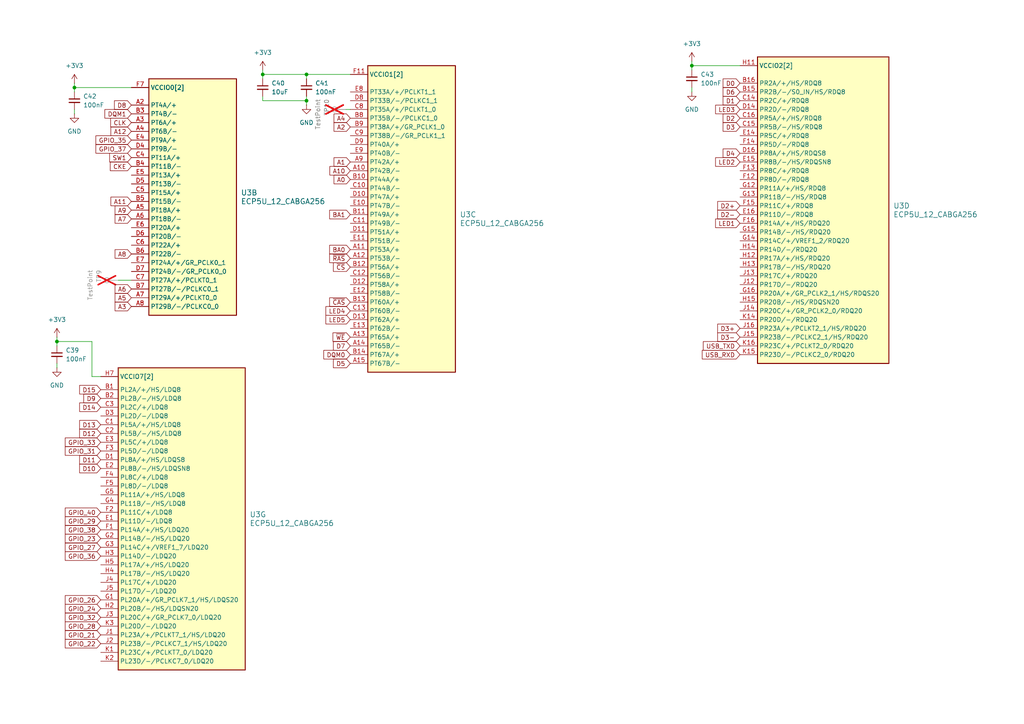
<source format=kicad_sch>
(kicad_sch (version 20250114) (generator "eeschema") (generator_version "9.0")
  (paper "A4")
  (title_block (title "Icepi zero") (date "2025-05-04") (rev "v1") (company "Chengyin Yao (cheyao)") (comment 1 "https://github.com/cheyao/icepi-zero"))
  (lib_symbols
    (symbol "Connector:TestPoint" (pin_numbers (hide yes)) (pin_names (offset 0.762) (hide yes))
      (property "Reference" "TP" (at 0 6.858 0))
      (property "Value" "TestPoint" (at 0 5.08 0))
      (symbol "TestPoint_0_1"
        (circle (center 0 3.302) (radius 0.762))
      )
      (symbol "TestPoint_1_1"
        (pin passive line (at 0 0 90) (length 2.54) (name "1") (number "1"))
      )
    )
    (symbol "Device:C_Small" (pin_numbers (hide yes)) (pin_names (offset 0.254) (hide yes))
      (property "Reference" "C" (at 0.254 1.778 0))
      (property "Value" "C_Small" (at 0.254 -2.032 0))
      (symbol "C_Small_0_1"
        (polyline (pts (xy -1.524 0.508) (xy 1.524 0.508)) (stroke (width 0.3048)))
        (polyline (pts (xy -1.524 -0.508) (xy 1.524 -0.508)) (stroke (width 0.3302)))
      )
      (symbol "C_Small_1_1"
        (pin passive line (at 0 2.54 270) (length 2.032) (name "~") (number "1"))
        (pin passive line (at 0 -2.54 90) (length 2.032) (name "~") (number "2"))
      )
    )
    (symbol "josh:ECP5U_12_CABGA256"
      (property "Reference" "U" (at -15.24 45.72 0))
      (property "Value" "ECP5U_12_CABGA256" (at 7.62 43.18 0))
      (symbol "ECP5U_12_CABGA256_1_1"
        (rectangle (start -7.62 7.62) (end 6.35 -7.62) (stroke (width 0.001)) (fill (type background)))
        (pin power_in line (at -12.7 5.08 0) (length 5.08) (name "VCC[6]") (number "G6"))
        (pin power_in line (at -12.7 5.08 0) (length 5.08) (name "VCC[6]") (number "G7"))
        (pin power_in line (at -12.7 5.08 0) (length 5.08) (name "VCC[6]") (number "G9"))
        (pin power_in line (at -12.7 5.08 0) (length 5.08) (name "VCC[6]") (number "L10"))
        (pin power_in line (at -12.7 5.08 0) (length 5.08) (name "VCC[6]") (number "L8"))
        (pin power_in line (at -12.7 5.08 0) (length 5.08) (name "VCC[6]") (number "L9"))
        (pin power_in line (at -12.7 2.54 0) (length 5.08) (name "VCCAUX[2]") (number "G11"))
        (pin power_in line (at -12.7 2.54 0) (length 5.08) (name "VCCAUX[2]") (number "L7"))
        (pin power_in line (at -12.7 -5.08 0) (length 5.08) (name "GND[27]") (number "A1"))
        (pin power_in line (at -12.7 -5.08 0) (length 5.08) (name "GND[27]") (number "A16"))
        (pin power_in line (at -12.7 -5.08 0) (length 5.08) (name "GND[27]") (number "D15"))
        (pin power_in line (at -12.7 -5.08 0) (length 5.08) (name "GND[27]") (number "D2"))
        (pin power_in line (at -12.7 -5.08 0) (length 5.08) (name "GND[27]") (number "F8"))
        (pin power_in line (at -12.7 -5.08 0) (length 5.08) (name "GND[27]") (number "F9"))
        (pin power_in line (at -12.7 -5.08 0) (length 5.08) (name "GND[27]") (number "G10"))
        (pin power_in line (at -12.7 -5.08 0) (length 5.08) (name "GND[27]") (number "G8"))
        (pin power_in line (at -12.7 -5.08 0) (length 5.08) (name "GND[27]") (number "H1"))
        (pin power_in line (at -12.7 -5.08 0) (length 5.08) (name "GND[27]") (number "H10"))
        (pin power_in line (at -12.7 -5.08 0) (length 5.08) (name "GND[27]") (number "H16"))
        (pin power_in line (at -12.7 -5.08 0) (length 5.08) (name "GND[27]") (number "H8"))
        (pin power_in line (at -12.7 -5.08 0) (length 5.08) (name "GND[27]") (number "H9"))
        (pin power_in line (at -12.7 -5.08 0) (length 5.08) (name "GND[27]") (number "J10"))
        (pin power_in line (at -12.7 -5.08 0) (length 5.08) (name "GND[27]") (number "J8"))
        (pin power_in line (at -12.7 -5.08 0) (length 5.08) (name "GND[27]") (number "J9"))
        (pin power_in line (at -12.7 -5.08 0) (length 5.08) (name "GND[27]") (number "K10"))
        (pin power_in line (at -12.7 -5.08 0) (length 5.08) (name "GND[27]") (number "K6"))
        (pin power_in line (at -12.7 -5.08 0) (length 5.08) (name "GND[27]") (number "K7"))
        (pin power_in line (at -12.7 -5.08 0) (length 5.08) (name "GND[27]") (number "K8"))
        (pin power_in line (at -12.7 -5.08 0) (length 5.08) (name "GND[27]") (number "K9"))
        (pin power_in line (at -12.7 -5.08 0) (length 5.08) (name "GND[27]") (number "N15"))
        (pin power_in line (at -12.7 -5.08 0) (length 5.08) (name "GND[27]") (number "N2"))
        (pin power_in line (at -12.7 -5.08 0) (length 5.08) (name "GND[27]") (number "T1"))
        (pin power_in line (at -12.7 -5.08 0) (length 5.08) (name "GND[27]") (number "T12"))
        (pin power_in line (at -12.7 -5.08 0) (length 5.08) (name "GND[27]") (number "T16"))
        (pin power_in line (at -12.7 -5.08 0) (length 5.08) (name "GND[27]") (number "T5"))
      )
      (symbol "ECP5U_12_CABGA256_2_1"
        (rectangle (start -16.51 40.64) (end 8.89 -27.94) (stroke (width 0.305)) (fill (type background)))
        (pin power_in line (at -21.59 38.1 0) (length 5.08) (name "VCCIO0[2]") (number "F6"))
        (pin power_in line (at -21.59 38.1 0) (length 5.08) (name "VCCIO0[2]") (number "F7"))
        (pin bidirectional line (at -21.59 33.02 0) (length 5.08) (name "PT4A/+") (number "A2"))
        (pin bidirectional line (at -21.59 30.48 0) (length 5.08) (name "PT4B/-") (number "B3"))
        (pin bidirectional line (at -21.59 27.94 0) (length 5.08) (name "PT6A/+") (number "A3"))
        (pin bidirectional line (at -21.59 25.4 0) (length 5.08) (name "PT6B/-") (number "A4"))
        (pin bidirectional line (at -21.59 22.86 0) (length 5.08) (name "PT9A/+") (number "E4"))
        (pin bidirectional line (at -21.59 20.32 0) (length 5.08) (name "PT9B/-") (number "D4"))
        (pin bidirectional line (at -21.59 17.78 0) (length 5.08) (name "PT11A/+") (number "C4"))
        (pin bidirectional line (at -21.59 15.24 0) (length 5.08) (name "PT11B/-") (number "B4"))
        (pin bidirectional line (at -21.59 12.7 0) (length 5.08) (name "PT13A/+") (number "E5"))
        (pin bidirectional line (at -21.59 10.16 0) (length 5.08) (name "PT13B/-") (number "D5"))
        (pin bidirectional line (at -21.59 7.62 0) (length 5.08) (name "PT15A/+") (number "C5"))
        (pin bidirectional line (at -21.59 5.08 0) (length 5.08) (name "PT15B/-") (number "B5"))
        (pin bidirectional line (at -21.59 2.54 0) (length 5.08) (name "PT18A/+") (number "A5"))
        (pin bidirectional line (at -21.59 0 0) (length 5.08) (name "PT18B/-") (number "A6"))
        (pin bidirectional line (at -21.59 -2.54 0) (length 5.08) (name "PT20A/+") (number "E6"))
        (pin bidirectional line (at -21.59 -5.08 0) (length 5.08) (name "PT20B/-") (number "D6"))
        (pin bidirectional line (at -21.59 -7.62 0) (length 5.08) (name "PT22A/+") (number "C6"))
        (pin bidirectional line (at -21.59 -10.16 0) (length 5.08) (name "PT22B/-") (number "B6"))
        (pin bidirectional line (at -21.59 -12.7 0) (length 5.08) (name "PT24A/+/GR_PCLK0_1") (number "E7"))
        (pin bidirectional line (at -21.59 -15.24 0) (length 5.08) (name "PT24B/-/GR_PCLK0_0") (number "D7"))
        (pin bidirectional line (at -21.59 -17.78 0) (length 5.08) (name "PT27A/+/PCLKT0_1") (number "C7"))
        (pin bidirectional line (at -21.59 -20.32 0) (length 5.08) (name "PT27B/-/PCLKC0_1") (number "B7"))
        (pin bidirectional line (at -21.59 -22.86 0) (length 5.08) (name "PT29A/+/PCLKT0_0") (number "A7"))
        (pin bidirectional line (at -21.59 -25.4 0) (length 5.08) (name "PT29B/-/PCLKC0_0") (number "A8"))
      )
      (symbol "ECP5U_12_CABGA256_3_1"
        (rectangle (start -16.51 40.64) (end 8.89 -48.26) (stroke (width 0.305)) (fill (type background)))
        (pin power_in line (at -21.59 38.1 0) (length 5.08) (name "VCCIO1[2]") (number "F10"))
        (pin power_in line (at -21.59 38.1 0) (length 5.08) (name "VCCIO1[2]") (number "F11"))
        (pin bidirectional line (at -21.59 33.02 0) (length 5.08) (name "PT33A/+/PCLKT1_1") (number "E8"))
        (pin bidirectional line (at -21.59 30.48 0) (length 5.08) (name "PT33B/-/PCLKC1_1") (number "D8"))
        (pin bidirectional line (at -21.59 27.94 0) (length 5.08) (name "PT35A/+/PCLKT1_0") (number "C8"))
        (pin bidirectional line (at -21.59 25.4 0) (length 5.08) (name "PT35B/-/PCLKC1_0") (number "B8"))
        (pin bidirectional line (at -21.59 22.86 0) (length 5.08) (name "PT38A/+/GR_PCLK1_0") (number "B9"))
        (pin bidirectional line (at -21.59 20.32 0) (length 5.08) (name "PT38B/-/GR_PCLK1_1") (number "C9"))
        (pin bidirectional line (at -21.59 17.78 0) (length 5.08) (name "PT40A/+") (number "D9"))
        (pin bidirectional line (at -21.59 15.24 0) (length 5.08) (name "PT40B/-") (number "E9"))
        (pin bidirectional line (at -21.59 12.7 0) (length 5.08) (name "PT42A/+") (number "A9"))
        (pin bidirectional line (at -21.59 10.16 0) (length 5.08) (name "PT42B/-") (number "A10"))
        (pin bidirectional line (at -21.59 7.62 0) (length 5.08) (name "PT44A/+") (number "B10"))
        (pin bidirectional line (at -21.59 5.08 0) (length 5.08) (name "PT44B/-") (number "C10"))
        (pin bidirectional line (at -21.59 2.54 0) (length 5.08) (name "PT47A/+") (number "D10"))
        (pin bidirectional line (at -21.59 0 0) (length 5.08) (name "PT47B/-") (number "E10"))
        (pin bidirectional line (at -21.59 -2.54 0) (length 5.08) (name "PT49A/+") (number "B11"))
        (pin bidirectional line (at -21.59 -5.08 0) (length 5.08) (name "PT49B/-") (number "C11"))
        (pin bidirectional line (at -21.59 -7.62 0) (length 5.08) (name "PT51A/+") (number "D11"))
        (pin bidirectional line (at -21.59 -10.16 0) (length 5.08) (name "PT51B/-") (number "E11"))
        (pin bidirectional line (at -21.59 -12.7 0) (length 5.08) (name "PT53A/+") (number "A11"))
        (pin bidirectional line (at -21.59 -15.24 0) (length 5.08) (name "PT53B/-") (number "A12"))
        (pin bidirectional line (at -21.59 -17.78 0) (length 5.08) (name "PT56A/+") (number "B12"))
        (pin bidirectional line (at -21.59 -20.32 0) (length 5.08) (name "PT56B/-") (number "C12"))
        (pin bidirectional line (at -21.59 -22.86 0) (length 5.08) (name "PT58A/+") (number "D12"))
        (pin bidirectional line (at -21.59 -25.4 0) (length 5.08) (name "PT58B/-") (number "E12"))
        (pin bidirectional line (at -21.59 -27.94 0) (length 5.08) (name "PT60A/+") (number "B13"))
        (pin bidirectional line (at -21.59 -30.48 0) (length 5.08) (name "PT60B/-") (number "C13"))
        (pin bidirectional line (at -21.59 -33.02 0) (length 5.08) (name "PT62A/+") (number "D13"))
        (pin bidirectional line (at -21.59 -35.56 0) (length 5.08) (name "PT62B/-") (number "E13"))
        (pin bidirectional line (at -21.59 -38.1 0) (length 5.08) (name "PT65A/+") (number "A13"))
        (pin bidirectional line (at -21.59 -40.64 0) (length 5.08) (name "PT65B/-") (number "A14"))
        (pin bidirectional line (at -21.59 -43.18 0) (length 5.08) (name "PT67A/+") (number "B14"))
        (pin bidirectional line (at -21.59 -45.72 0) (length 5.08) (name "PT67B/-") (number "A15"))
      )
      (symbol "ECP5U_12_CABGA256_4_1"
        (rectangle (start -16.51 40.64) (end 21.59 -48.26) (stroke (width 0.305)) (fill (type background)))
        (pin power_in line (at -21.59 38.1 0) (length 5.08) (name "VCCIO2[2]") (number "H11"))
        (pin power_in line (at -21.59 38.1 0) (length 5.08) (name "VCCIO2[2]") (number "J11"))
        (pin bidirectional line (at -21.59 33.02 0) (length 5.08) (name "PR2A/+/HS/RDQ8") (number "B16"))
        (pin bidirectional line (at -21.59 30.48 0) (length 5.08) (name "PR2B/-/S0_IN/HS/RDQ8") (number "B15"))
        (pin bidirectional line (at -21.59 27.94 0) (length 5.08) (name "PR2C/+/RDQ8") (number "C14"))
        (pin bidirectional line (at -21.59 25.4 0) (length 5.08) (name "PR2D/-/RDQ8") (number "D14"))
        (pin bidirectional line (at -21.59 22.86 0) (length 5.08) (name "PR5A/+/HS/RDQ8") (number "C16"))
        (pin bidirectional line (at -21.59 20.32 0) (length 5.08) (name "PR5B/-/HS/RDQ8") (number "C15"))
        (pin bidirectional line (at -21.59 17.78 0) (length 5.08) (name "PR5C/+/RDQ8") (number "E14"))
        (pin bidirectional line (at -21.59 15.24 0) (length 5.08) (name "PR5D/-/RDQ8") (number "F14"))
        (pin bidirectional line (at -21.59 12.7 0) (length 5.08) (name "PR8A/+/HS/RDQS8") (number "D16"))
        (pin bidirectional line (at -21.59 10.16 0) (length 5.08) (name "PR8B/-/HS/RDQSN8") (number "E15"))
        (pin bidirectional line (at -21.59 7.62 0) (length 5.08) (name "PR8C/+/RDQ8") (number "F13"))
        (pin bidirectional line (at -21.59 5.08 0) (length 5.08) (name "PR8D/-/RDQ8") (number "F12"))
        (pin bidirectional line (at -21.59 2.54 0) (length 5.08) (name "PR11A/+/HS/RDQ8") (number "G12"))
        (pin bidirectional line (at -21.59 0 0) (length 5.08) (name "PR11B/-/HS/RDQ8") (number "G13"))
        (pin bidirectional line (at -21.59 -2.54 0) (length 5.08) (name "PR11C/+/RDQ8") (number "F15"))
        (pin bidirectional line (at -21.59 -5.08 0) (length 5.08) (name "PR11D/-/RDQ8") (number "E16"))
        (pin bidirectional line (at -21.59 -7.62 0) (length 5.08) (name "PR14A/+/HS/RDQ20") (number "F16"))
        (pin bidirectional line (at -21.59 -10.16 0) (length 5.08) (name "PR14B/-/HS/RDQ20") (number "G15"))
        (pin bidirectional line (at -21.59 -12.7 0) (length 5.08) (name "PR14C/+/VREF1_2/RDQ20") (number "G14"))
        (pin bidirectional line (at -21.59 -15.24 0) (length 5.08) (name "PR14D/-/RDQ20") (number "H14"))
        (pin bidirectional line (at -21.59 -17.78 0) (length 5.08) (name "PR17A/+/HS/RDQ20") (number "H12"))
        (pin bidirectional line (at -21.59 -20.32 0) (length 5.08) (name "PR17B/-/HS/RDQ20") (number "H13"))
        (pin bidirectional line (at -21.59 -22.86 0) (length 5.08) (name "PR17C/+/RDQ20") (number "J13"))
        (pin bidirectional line (at -21.59 -25.4 0) (length 5.08) (name "PR17D/-/RDQ20") (number "J12"))
        (pin bidirectional line (at -21.59 -27.94 0) (length 5.08) (name "PR20A/+/GR_PCLK2_1/HS/RDQS20") (number "G16"))
        (pin bidirectional line (at -21.59 -30.48 0) (length 5.08) (name "PR20B/-/HS/RDQSN20") (number "H15"))
        (pin bidirectional line (at -21.59 -33.02 0) (length 5.08) (name "PR20C/+/GR_PCLK2_0/RDQ20") (number "J14"))
        (pin bidirectional line (at -21.59 -35.56 0) (length 5.08) (name "PR20D/-/RDQ20") (number "K14"))
        (pin bidirectional line (at -21.59 -38.1 0) (length 5.08) (name "PR23A/+/PCLKT2_1/HS/RDQ20") (number "J16"))
        (pin bidirectional line (at -21.59 -40.64 0) (length 5.08) (name "PR23B/-/PCLKC2_1/HS/RDQ20") (number "J15"))
        (pin bidirectional line (at -21.59 -43.18 0) (length 5.08) (name "PR23C/+/PCLKT2_0/RDQ20") (number "K16"))
        (pin bidirectional line (at -21.59 -45.72 0) (length 5.08) (name "PR23D/-/PCLKC2_0/RDQ20") (number "K15"))
      )
      (symbol "ECP5U_12_CABGA256_5_1"
        (rectangle (start -16.51 40.64) (end 19.05 -48.26) (stroke (width 0.305)) (fill (type background)))
        (pin power_in line (at -21.59 38.1 0) (length 5.08) (name "VCCIO3[2]") (number "K11"))
        (pin power_in line (at -21.59 38.1 0) (length 5.08) (name "VCCIO3[2]") (number "L11"))
        (pin bidirectional line (at -21.59 33.02 0) (length 5.08) (name "PR26A/+/PCLKT3_1/HS/RDQ32") (number "L16"))
        (pin bidirectional line (at -21.59 30.48 0) (length 5.08) (name "PR26B/-/PCLKC3_1/HS/RDQ32") (number "L15"))
        (pin bidirectional line (at -21.59 27.94 0) (length 5.08) (name "PR26C/+/PCLKT3_0/RDQ32") (number "M16"))
        (pin bidirectional line (at -21.59 25.4 0) (length 5.08) (name "PR26D/-/PCLKC3_0/RDQ32") (number "M15"))
        (pin bidirectional line (at -21.59 22.86 0) (length 5.08) (name "PR29A/+/GR_PCLK3_0/HS/RDQ32") (number "K13"))
        (pin bidirectional line (at -21.59 20.32 0) (length 5.08) (name "PR29B/-/HS/RDQ32") (number "K12"))
        (pin bidirectional line (at -21.59 17.78 0) (length 5.08) (name "PR29C/+/GR_PCLK3_1/RDQ32") (number "L13"))
        (pin bidirectional line (at -21.59 15.24 0) (length 5.08) (name "PR29D/-/RDQ32") (number "L12"))
        (pin bidirectional line (at -21.59 12.7 0) (length 5.08) (name "PR32A/+/HS/RDQS32") (number "N16"))
        (pin bidirectional line (at -21.59 10.16 0) (length 5.08) (name "PR32B/-/HS/RDQSN32") (number "P15"))
        (pin bidirectional line (at -21.59 7.62 0) (length 5.08) (name "PR32C/+/RDQ32") (number "L14"))
        (pin bidirectional line (at -21.59 5.08 0) (length 5.08) (name "PR32D/-/RDQ32") (number "M14"))
        (pin bidirectional line (at -21.59 2.54 0) (length 5.08) (name "PR35A/+/HS/RDQ32") (number "P16"))
        (pin bidirectional line (at -21.59 0 0) (length 5.08) (name "PR35B/-/VREF1_3/HS/RDQ32") (number "R16"))
        (pin bidirectional line (at -21.59 -2.54 0) (length 5.08) (name "PR35C/+/RDQ32") (number "M13"))
        (pin bidirectional line (at -21.59 -5.08 0) (length 5.08) (name "PR35D/-/RDQ32") (number "N14"))
        (pin bidirectional line (at -21.59 -7.62 0) (length 5.08) (name "PR38A/+/HS/RDQ44") (number "N13"))
        (pin bidirectional line (at -21.59 -10.16 0) (length 5.08) (name "PR38B/-/HS/RDQ44") (number "P14"))
        (pin bidirectional line (at -21.59 -12.7 0) (length 5.08) (name "PR38C/+/RDQ44") (number "R15"))
        (pin bidirectional line (at -21.59 -15.24 0) (length 5.08) (name "PR38D/-/RDQ44") (number "T15"))
        (pin bidirectional line (at -21.59 -17.78 0) (length 5.08) (name "PR41A/+/HS/RDQ44") (number "P13"))
        (pin bidirectional line (at -21.59 -20.32 0) (length 5.08) (name "PR41B/-/HS/RDQ44") (number "R14"))
        (pin bidirectional line (at -21.59 -22.86 0) (length 5.08) (name "PR41C/+/RDQ44") (number "R13"))
        (pin bidirectional line (at -21.59 -25.4 0) (length 5.08) (name "PR41D/-/RDQ44") (number "T14"))
        (pin bidirectional line (at -21.59 -27.94 0) (length 5.08) (name "PR44A/+/HS/RDQS44") (number "R12"))
        (pin bidirectional line (at -21.59 -30.48 0) (length 5.08) (name "PR44B/-/HS/RDQSN44") (number "T13"))
        (pin bidirectional line (at -21.59 -33.02 0) (length 5.08) (name "PR44C/+/RDQ44") (number "M12"))
        (pin bidirectional line (at -21.59 -35.56 0) (length 5.08) (name "PR44D/-/RDQ44") (number "N12"))
        (pin bidirectional line (at -21.59 -38.1 0) (length 5.08) (name "PR47A/+/HS/RDQ44") (number "M11"))
        (pin bidirectional line (at -21.59 -40.64 0) (length 5.08) (name "PR47B/-/HS/RDQ44") (number "N11"))
        (pin bidirectional line (at -21.59 -43.18 0) (length 5.08) (name "PR47C/+/LRC_GPLL0T_IN/RDQ44") (number "P11"))
        (pin bidirectional line (at -21.59 -45.72 0) (length 5.08) (name "PR47D/-/LRC_GPLL0C_IN/RDQ44") (number "P12"))
      )
      (symbol "ECP5U_12_CABGA256_6_1"
        (rectangle (start -16.51 40.64) (end 19.05 -48.26) (stroke (width 0.305)) (fill (type background)))
        (pin power_in line (at -21.59 38.1 0) (length 5.08) (name "VCCIO6[2]") (number "J6"))
        (pin power_in line (at -21.59 38.1 0) (length 5.08) (name "VCCIO6[2]") (number "J7"))
        (pin bidirectional line (at -21.59 33.02 0) (length 5.08) (name "PL26A/+/PCLKT6_1/HS/LDQ32") (number "L1"))
        (pin bidirectional line (at -21.59 30.48 0) (length 5.08) (name "PL26B/-/PCLKC6_1/HS/LDQ32") (number "L2"))
        (pin bidirectional line (at -21.59 27.94 0) (length 5.08) (name "PL26C/+/PCLKT6_0/LDQ32") (number "M1"))
        (pin bidirectional line (at -21.59 25.4 0) (length 5.08) (name "PL26D/-/PCLKC6_0/LDQ32") (number "M2"))
        (pin bidirectional line (at -21.59 22.86 0) (length 5.08) (name "PL29A/+/GR_PCLK6_0/HS/LDQ32") (number "K4"))
        (pin bidirectional line (at -21.59 20.32 0) (length 5.08) (name "PL29B/-/HS/LDQ32") (number "K5"))
        (pin bidirectional line (at -21.59 17.78 0) (length 5.08) (name "PL29C/+/GR_PCLK6_1/LDQ32") (number "L4"))
        (pin bidirectional line (at -21.59 15.24 0) (length 5.08) (name "PL29D/-/LDQ32") (number "L5"))
        (pin bidirectional line (at -21.59 12.7 0) (length 5.08) (name "PL32A/+/HS/LDQS32") (number "N1"))
        (pin bidirectional line (at -21.59 10.16 0) (length 5.08) (name "PL32B/-/HS/LDQSN32") (number "P2"))
        (pin bidirectional line (at -21.59 7.62 0) (length 5.08) (name "PL32C/+/LDQ32") (number "L3"))
        (pin bidirectional line (at -21.59 5.08 0) (length 5.08) (name "PL32D/-/LDQ32") (number "M3"))
        (pin bidirectional line (at -21.59 2.54 0) (length 5.08) (name "PL35A/+/HS/LDQ32") (number "P1"))
        (pin bidirectional line (at -21.59 0 0) (length 5.08) (name "PL35B/-/VREF1_6/HS/LDQ32") (number "R1"))
        (pin bidirectional line (at -21.59 -2.54 0) (length 5.08) (name "PL35C/+/LDQ32") (number "M4"))
        (pin bidirectional line (at -21.59 -5.08 0) (length 5.08) (name "PL35D/-/LDQ32") (number "N3"))
        (pin bidirectional line (at -21.59 -7.62 0) (length 5.08) (name "PL38A/+/HS/LDQ44") (number "N4"))
        (pin bidirectional line (at -21.59 -10.16 0) (length 5.08) (name "PL38B/-/HS/LDQ44") (number "P3"))
        (pin bidirectional line (at -21.59 -12.7 0) (length 5.08) (name "PL38C/+/LDQ44") (number "R2"))
        (pin bidirectional line (at -21.59 -15.24 0) (length 5.08) (name "PL38D/-/LDQ44") (number "T2"))
        (pin bidirectional line (at -21.59 -17.78 0) (length 5.08) (name "PL41A/+/HS/LDQ44") (number "P4"))
        (pin bidirectional line (at -21.59 -20.32 0) (length 5.08) (name "PL41B/-/HS/LDQ44") (number "R3"))
        (pin bidirectional line (at -21.59 -22.86 0) (length 5.08) (name "PL41C/+/LDQ44") (number "R4"))
        (pin bidirectional line (at -21.59 -25.4 0) (length 5.08) (name "PL41D/-/LDQ44") (number "T3"))
        (pin bidirectional line (at -21.59 -27.94 0) (length 5.08) (name "PL44A/+/HS/LDQS44") (number "R5"))
        (pin bidirectional line (at -21.59 -30.48 0) (length 5.08) (name "PL44B/-/HS/LDQSN44") (number "T4"))
        (pin bidirectional line (at -21.59 -33.02 0) (length 5.08) (name "PL44C/+/LDQ44") (number "M5"))
        (pin bidirectional line (at -21.59 -35.56 0) (length 5.08) (name "PL44D/-/LDQ44") (number "N5"))
        (pin bidirectional line (at -21.59 -38.1 0) (length 5.08) (name "PL47A/+/HS/LDQ44") (number "M6"))
        (pin bidirectional line (at -21.59 -40.64 0) (length 5.08) (name "PL47B/-/HS/LDQ44") (number "N6"))
        (pin bidirectional line (at -21.59 -43.18 0) (length 5.08) (name "PL47C/+/LLC_GPLL0T_IN/LDQ44") (number "P6"))
        (pin bidirectional line (at -21.59 -45.72 0) (length 5.08) (name "PL47D/-/LLC_GPLL0C_IN/LDQ44") (number "P5"))
      )
      (symbol "ECP5U_12_CABGA256_7_1"
        (rectangle (start -16.51 40.64) (end 20.32 -46.99) (stroke (width 0.305)) (fill (type background)))
        (pin power_in line (at -21.59 38.1 0) (length 5.08) (name "VCCIO7[2]") (number "H6"))
        (pin power_in line (at -21.59 38.1 0) (length 5.08) (name "VCCIO7[2]") (number "H7"))
        (pin bidirectional line (at -21.59 34.29 0) (length 5.08) (name "PL2A/+/HS/LDQ8") (number "B1"))
        (pin bidirectional line (at -21.59 31.75 0) (length 5.08) (name "PL2B/-/HS/LDQ8") (number "B2"))
        (pin bidirectional line (at -21.59 29.21 0) (length 5.08) (name "PL2C/+/LDQ8") (number "C3"))
        (pin bidirectional line (at -21.59 26.67 0) (length 5.08) (name "PL2D/-/LDQ8") (number "D3"))
        (pin bidirectional line (at -21.59 24.13 0) (length 5.08) (name "PL5A/+/HS/LDQ8") (number "C1"))
        (pin bidirectional line (at -21.59 21.59 0) (length 5.08) (name "PL5B/-/HS/LDQ8") (number "C2"))
        (pin bidirectional line (at -21.59 19.05 0) (length 5.08) (name "PL5C/+/LDQ8") (number "E3"))
        (pin bidirectional line (at -21.59 16.51 0) (length 5.08) (name "PL5D/-/LDQ8") (number "F3"))
        (pin bidirectional line (at -21.59 13.97 0) (length 5.08) (name "PL8A/+/HS/LDQS8") (number "D1"))
        (pin bidirectional line (at -21.59 11.43 0) (length 5.08) (name "PL8B/-/HS/LDQSN8") (number "E2"))
        (pin bidirectional line (at -21.59 8.89 0) (length 5.08) (name "PL8C/+/LDQ8") (number "F4"))
        (pin bidirectional line (at -21.59 6.35 0) (length 5.08) (name "PL8D/-/LDQ8") (number "F5"))
        (pin bidirectional line (at -21.59 3.81 0) (length 5.08) (name "PL11A/+/HS/LDQ8") (number "G5"))
        (pin bidirectional line (at -21.59 1.27 0) (length 5.08) (name "PL11B/-/HS/LDQ8") (number "G4"))
        (pin bidirectional line (at -21.59 -1.27 0) (length 5.08) (name "PL11C/+/LDQ8") (number "F2"))
        (pin bidirectional line (at -21.59 -3.81 0) (length 5.08) (name "PL11D/-/LDQ8") (number "E1"))
        (pin bidirectional line (at -21.59 -6.35 0) (length 5.08) (name "PL14A/+/HS/LDQ20") (number "F1"))
        (pin bidirectional line (at -21.59 -8.89 0) (length 5.08) (name "PL14B/-/HS/LDQ20") (number "G2"))
        (pin bidirectional line (at -21.59 -11.43 0) (length 5.08) (name "PL14C/+/VREF1_7/LDQ20") (number "G3"))
        (pin bidirectional line (at -21.59 -13.97 0) (length 5.08) (name "PL14D/-/LDQ20") (number "H3"))
        (pin bidirectional line (at -21.59 -16.51 0) (length 5.08) (name "PL17A/+/HS/LDQ20") (number "H5"))
        (pin bidirectional line (at -21.59 -19.05 0) (length 5.08) (name "PL17B/-/HS/LDQ20") (number "H4"))
        (pin bidirectional line (at -21.59 -21.59 0) (length 5.08) (name "PL17C/+/LDQ20") (number "J4"))
        (pin bidirectional line (at -21.59 -24.13 0) (length 5.08) (name "PL17D/-/LDQ20") (number "J5"))
        (pin bidirectional line (at -21.59 -26.67 0) (length 5.08) (name "PL20A/+/GR_PCLK7_1/HS/LDQS20") (number "G1"))
        (pin bidirectional line (at -21.59 -29.21 0) (length 5.08) (name "PL20B/-/HS/LDQSN20") (number "H2"))
        (pin bidirectional line (at -21.59 -31.75 0) (length 5.08) (name "PL20C/+/GR_PCLK7_0/LDQ20") (number "J3"))
        (pin bidirectional line (at -21.59 -34.29 0) (length 5.08) (name "PL20D/-/LDQ20") (number "K3"))
        (pin bidirectional line (at -21.59 -36.83 0) (length 5.08) (name "PL23A/+/PCLKT7_1/HS/LDQ20") (number "J1"))
        (pin bidirectional line (at -21.59 -39.37 0) (length 5.08) (name "PL23B/-/PCLKC7_1/HS/LDQ20") (number "J2"))
        (pin bidirectional line (at -21.59 -41.91 0) (length 5.08) (name "PL23C/+/PCLKT7_0/LDQ20") (number "K1"))
        (pin bidirectional line (at -21.59 -44.45 0) (length 5.08) (name "PL23D/-/PCLKC7_0/LDQ20") (number "K2"))
      )
      (symbol "ECP5U_12_CABGA256_8_1"
        (rectangle (start -16.51 40.64) (end 25.4 -17.78) (stroke (width 0.305)) (fill (type background)))
        (pin power_in line (at -21.59 38.1 0) (length 5.08) (name "VCCIO8") (number "L6"))
        (pin bidirectional line (at -21.59 33.02 0) (length 5.08) (name "CCLK/MCLK/SCK") (number "N9"))
        (pin bidirectional line (at -21.59 30.48 0) (length 5.08) (name "CFG_0") (number "N10"))
        (pin bidirectional line (at -21.59 27.94 0) (length 5.08) (name "CFG_1") (number "P10"))
        (pin bidirectional line (at -21.59 25.4 0) (length 5.08) (name "CFG_2") (number "R10"))
        (pin bidirectional line (at -21.59 22.86 0) (length 5.08) (name "DONE") (number "P9"))
        (pin bidirectional line (at -21.59 20.32 0) (length 5.08) (name "INITN") (number "T9"))
        (pin bidirectional line (at -21.59 17.78 0) (length 5.08) (name "PB4A/+/D7/IO7") (number "T6"))
        (pin bidirectional line (at -21.59 15.24 0) (length 5.08) (name "PB4B/-/D6/IO6") (number "R6"))
        (pin bidirectional line (at -21.59 12.7 0) (length 5.08) (name "PB6A/+/D5/MISO2/IO5") (number "R7"))
        (pin bidirectional line (at -21.59 10.16 0) (length 5.08) (name "PB6B/-/D4/MOSI2/IO4") (number "P7"))
        (pin bidirectional line (at -21.59 7.62 0) (length 5.08) (name "PB9A/+/D3/IO3") (number "N7"))
        (pin bidirectional line (at -21.59 5.08 0) (length 5.08) (name "PB9B/-/D2/IO2") (number "M7"))
        (pin bidirectional line (at -21.59 2.54 0) (length 5.08) (name "PB11A/+/D1/MISO/IO1") (number "T7"))
        (pin bidirectional line (at -21.59 0 0) (length 5.08) (name "PB11B/-/D0/MOSI/IO0") (number "T8"))
        (pin bidirectional line (at -21.59 -2.54 0) (length 5.08) (name "PB13A/+/SN/CSN") (number "R8"))
        (pin bidirectional line (at -21.59 -5.08 0) (length 5.08) (name "PB13B/-/CS1N") (number "P8"))
        (pin bidirectional line (at -21.59 -7.62 0) (length 5.08) (name "PB15A/+/HOLDN/DI/BUSY/CSSPIN/CEN") (number "N8"))
        (pin bidirectional line (at -21.59 -10.16 0) (length 5.08) (name "PB15B/-/DOUT/CSON") (number "M8"))
        (pin bidirectional line (at -21.59 -12.7 0) (length 5.08) (name "PB18A/WRITEN") (number "M9"))
        (pin bidirectional line (at -21.59 -15.24 0) (length 5.08) (name "PROGRAMN") (number "R9"))
      )
      (symbol "ECP5U_12_CABGA256_9_1"
        (rectangle (start -2.54 6.35) (end 5.08 -6.35) (stroke (width 0.305)) (fill (type background)))
        (pin bidirectional line (at -7.62 3.81 0) (length 5.08) (name "TCK") (number "T10"))
        (pin bidirectional line (at -7.62 1.27 0) (length 5.08) (name "TDI") (number "R11"))
        (pin bidirectional line (at -7.62 -1.27 0) (length 5.08) (name "TDO") (number "M10"))
        (pin bidirectional line (at -7.62 -3.81 0) (length 5.08) (name "TMS") (number "T11"))
      )
    )
    (symbol "power:+3V3" (power) (pin_numbers (hide yes)) (pin_names (offset 0) (hide yes))
      (property "Value" "+3V3" (at 0 3.556 0))
      (symbol "+3V3_0_1"
        (polyline (pts (xy -0.762 1.27) (xy 0 2.54)))
        (polyline (pts (xy 0 2.54) (xy 0.762 1.27)))
        (polyline (pts (xy 0 0) (xy 0 2.54)))
      )
      (symbol "+3V3_1_1"
        (pin power_in line (at 0 0 90) (length 0) (name "~") (number "1"))
      )
    )
    (symbol "power:GND" (power) (pin_numbers (hide yes)) (pin_names (offset 0) (hide yes))
      (property "Value" "GND" (at 0 -3.81 0))
      (symbol "GND_0_1"
        (polyline (pts (xy 0 0) (xy 0 -1.27) (xy 1.27 -1.27) (xy 0 -2.54) (xy -1.27 -1.27) (xy 0 -1.27)))
      )
      (symbol "GND_1_1"
        (pin power_in line (at 0 0 270) (length 0) (name "~") (number "1"))
      )
    )
  )
  (junction (at 21.59 25.4))
  (junction (at 200.66 19.05))
  (junction (at 16.51 99.06))
  (junction (at 76.2 21.59))
  (junction (at 88.9 21.59))
  (junction (at 88.9 29.21))
  (wire (pts (xy 88.9 30.48) (xy 88.9 29.21)))
  (wire (pts (xy 16.51 97.79) (xy 16.51 99.06)))
  (wire (pts (xy 200.66 25.4) (xy 200.66 26.67)))
  (wire (pts (xy 76.2 21.59) (xy 88.9 21.59)))
  (wire (pts (xy 200.66 19.05) (xy 200.66 20.32)))
  (wire (pts (xy 76.2 21.59) (xy 76.2 22.86)))
  (wire (pts (xy 26.67 109.22) (xy 29.21 109.22)))
  (wire (pts (xy 16.51 106.68) (xy 16.51 105.41)))
  (wire (pts (xy 76.2 29.21) (xy 88.9 29.21)))
  (wire (pts (xy 21.59 25.4) (xy 38.1 25.4)))
  (wire (pts (xy 16.51 99.06) (xy 26.67 99.06)))
  (wire (pts (xy 26.67 99.06) (xy 26.67 109.22)))
  (wire (pts (xy 76.2 20.32) (xy 76.2 21.59)))
  (wire (pts (xy 200.66 17.78) (xy 200.66 19.05)))
  (wire (pts (xy 76.2 29.21) (xy 76.2 27.94)))
  (wire (pts (xy 88.9 21.59) (xy 88.9 22.86)))
  (wire (pts (xy 21.59 25.4) (xy 21.59 26.67)))
  (wire (pts (xy 200.66 19.05) (xy 214.63 19.05)))
  (wire (pts (xy 21.59 24.13) (xy 21.59 25.4)))
  (wire (pts (xy 100.33 31.75) (xy 101.6 31.75)))
  (wire (pts (xy 21.59 31.75) (xy 21.59 33.02)))
  (wire (pts (xy 88.9 27.94) (xy 88.9 29.21)))
  (wire (pts (xy 88.9 21.59) (xy 101.6 21.59)))
  (wire (pts (xy 34.29 81.28) (xy 38.1 81.28)))
  (wire (pts (xy 16.51 99.06) (xy 16.51 100.33)))
  (global_label "GPIO_22" (shape input) (at 29.21 186.69 180) (property "Intersheetrefs" "${INTERSHEET_REFS}" (effects (hide yes))))
  (global_label "GPIO_28" (shape input) (at 29.21 181.61 180) (property "Intersheetrefs" "${INTERSHEET_REFS}" (effects (hide yes))))
  (global_label "A3" (shape input) (at 38.1 88.9 180) (property "Intersheetrefs" "${INTERSHEET_REFS}" (effects (hide yes))))
  (global_label "A2" (shape input) (at 101.6 36.83 180) (property "Intersheetrefs" "${INTERSHEET_REFS}" (effects (hide yes))))
  (global_label "D12" (shape input) (at 29.21 125.73 180) (property "Intersheetrefs" "${INTERSHEET_REFS}" (effects (hide yes))))
  (global_label "D5" (shape input) (at 101.6 105.41 180) (property "Intersheetrefs" "${INTERSHEET_REFS}" (effects (hide yes))))
  (global_label "A11" (shape input) (at 38.1 58.42 180) (property "Intersheetrefs" "${INTERSHEET_REFS}" (effects (hide yes))))
  (global_label "GPIO_31" (shape input) (at 29.21 130.81 180) (property "Intersheetrefs" "${INTERSHEET_REFS}" (effects (hide yes))))
  (global_label "GPIO_36" (shape input) (at 29.21 161.29 180) (property "Intersheetrefs" "${INTERSHEET_REFS}" (effects (hide yes))))
  (global_label "GPIO_37" (shape input) (at 38.1 43.18 180) (property "Intersheetrefs" "${INTERSHEET_REFS}" (effects (hide yes))))
  (global_label "GPIO_23" (shape input) (at 29.21 156.21 180) (property "Intersheetrefs" "${INTERSHEET_REFS}" (effects (hide yes))))
  (global_label "GPIO_33" (shape input) (at 29.21 128.27 180) (property "Intersheetrefs" "${INTERSHEET_REFS}" (effects (hide yes))))
  (global_label "USB_TXD" (shape input) (at 214.63 100.33 180) (property "Intersheetrefs" "${INTERSHEET_REFS}" (effects (hide yes))))
  (global_label "D6" (shape input) (at 214.63 26.67 180) (property "Intersheetrefs" "${INTERSHEET_REFS}" (effects (hide yes))))
  (global_label "A6" (shape input) (at 38.1 83.82 180) (property "Intersheetrefs" "${INTERSHEET_REFS}" (effects (hide yes))))
  (global_label "D3+" (shape input) (at 214.63 95.25 180) (property "Intersheetrefs" "${INTERSHEET_REFS}" (effects (hide yes))))
  (global_label "D13" (shape input) (at 29.21 123.19 180) (property "Intersheetrefs" "${INTERSHEET_REFS}" (effects (hide yes))))
  (global_label "A12" (shape input) (at 38.1 38.1 180) (property "Intersheetrefs" "${INTERSHEET_REFS}" (effects (hide yes))))
  (global_label "D8" (shape input) (at 38.1 30.48 180) (property "Intersheetrefs" "${INTERSHEET_REFS}" (effects (hide yes))))
  (global_label "D10" (shape input) (at 29.21 135.89 180) (property "Intersheetrefs" "${INTERSHEET_REFS}" (effects (hide yes))))
  (global_label "A9" (shape input) (at 38.1 60.96 180) (property "Intersheetrefs" "${INTERSHEET_REFS}" (effects (hide yes))))
  (global_label "GPIO_29" (shape input) (at 29.21 151.13 180) (property "Intersheetrefs" "${INTERSHEET_REFS}" (effects (hide yes))))
  (global_label "A8" (shape input) (at 38.1 73.66 180) (property "Intersheetrefs" "${INTERSHEET_REFS}" (effects (hide yes))))
  (global_label "A10" (shape input) (at 101.6 49.53 180) (property "Intersheetrefs" "${INTERSHEET_REFS}" (effects (hide yes))))
  (global_label "DQM0" (shape input) (at 101.6 102.87 180) (property "Intersheetrefs" "${INTERSHEET_REFS}" (effects (hide yes))))
  (global_label "GPIO_35" (shape input) (at 38.1 40.64 180) (property "Intersheetrefs" "${INTERSHEET_REFS}" (effects (hide yes))))
  (global_label "GPIO_24" (shape input) (at 29.21 176.53 180) (property "Intersheetrefs" "${INTERSHEET_REFS}" (effects (hide yes))))
  (global_label "D3" (shape input) (at 214.63 36.83 180) (property "Intersheetrefs" "${INTERSHEET_REFS}" (effects (hide yes))))
  (global_label "D14" (shape input) (at 29.21 118.11 180) (property "Intersheetrefs" "${INTERSHEET_REFS}" (effects (hide yes))))
  (global_label "LED3" (shape input) (at 214.63 31.75 180) (property "Intersheetrefs" "${INTERSHEET_REFS}" (effects (hide yes))))
  (global_label "~{WE}" (shape input) (at 101.6 97.79 180) (property "Intersheetrefs" "${INTERSHEET_REFS}" (effects (hide yes))))
  (global_label "D3-" (shape input) (at 214.63 97.79 180) (property "Intersheetrefs" "${INTERSHEET_REFS}" (effects (hide yes))))
  (global_label "D15" (shape input) (at 29.21 113.03 180) (property "Intersheetrefs" "${INTERSHEET_REFS}" (effects (hide yes))))
  (global_label "A1" (shape input) (at 101.6 46.99 180) (property "Intersheetrefs" "${INTERSHEET_REFS}" (effects (hide yes))))
  (global_label "LED2" (shape input) (at 214.63 46.99 180) (property "Intersheetrefs" "${INTERSHEET_REFS}" (effects (hide yes))))
  (global_label "GPIO_38" (shape input) (at 29.21 153.67 180) (property "Intersheetrefs" "${INTERSHEET_REFS}" (effects (hide yes))))
  (global_label "A0" (shape input) (at 101.6 52.07 180) (property "Intersheetrefs" "${INTERSHEET_REFS}" (effects (hide yes))))
  (global_label "~{CS}" (shape input) (at 101.6 77.47 180) (property "Intersheetrefs" "${INTERSHEET_REFS}" (effects (hide yes))))
  (global_label "LED5" (shape input) (at 101.6 92.71 180) (property "Intersheetrefs" "${INTERSHEET_REFS}" (effects (hide yes))))
  (global_label "D9" (shape input) (at 29.21 115.57 180) (property "Intersheetrefs" "${INTERSHEET_REFS}" (effects (hide yes))))
  (global_label "D2-" (shape input) (at 214.63 62.23 180) (property "Intersheetrefs" "${INTERSHEET_REFS}" (effects (hide yes))))
  (global_label "SW1" (shape input) (at 38.1 45.72 180) (property "Intersheetrefs" "${INTERSHEET_REFS}" (effects (hide yes))))
  (global_label "CKE" (shape input) (at 38.1 48.26 180) (property "Intersheetrefs" "${INTERSHEET_REFS}" (effects (hide yes))))
  (global_label "LED1" (shape input) (at 214.63 64.77 180) (property "Intersheetrefs" "${INTERSHEET_REFS}" (effects (hide yes))))
  (global_label "GPIO_26" (shape input) (at 29.21 173.99 180) (property "Intersheetrefs" "${INTERSHEET_REFS}" (effects (hide yes))))
  (global_label "USB_RXD" (shape input) (at 214.63 102.87 180) (property "Intersheetrefs" "${INTERSHEET_REFS}" (effects (hide yes))))
  (global_label "D7" (shape input) (at 101.6 100.33 180) (property "Intersheetrefs" "${INTERSHEET_REFS}" (effects (hide yes))))
  (global_label "BA0" (shape input) (at 101.6 72.39 180) (property "Intersheetrefs" "${INTERSHEET_REFS}" (effects (hide yes))))
  (global_label "~{RAS}" (shape input) (at 101.6 74.93 180) (property "Intersheetrefs" "${INTERSHEET_REFS}" (effects (hide yes))))
  (global_label "D1" (shape input) (at 214.63 29.21 180) (property "Intersheetrefs" "${INTERSHEET_REFS}" (effects (hide yes))))
  (global_label "D2+" (shape input) (at 214.63 59.69 180) (property "Intersheetrefs" "${INTERSHEET_REFS}" (effects (hide yes))))
  (global_label "A7" (shape input) (at 38.1 63.5 180) (property "Intersheetrefs" "${INTERSHEET_REFS}" (effects (hide yes))))
  (global_label "D2" (shape input) (at 214.63 34.29 180) (property "Intersheetrefs" "${INTERSHEET_REFS}" (effects (hide yes))))
  (global_label "BA1" (shape input) (at 101.6 62.23 180) (property "Intersheetrefs" "${INTERSHEET_REFS}" (effects (hide yes))))
  (global_label "~{CAS}" (shape input) (at 101.6 87.63 180) (property "Intersheetrefs" "${INTERSHEET_REFS}" (effects (hide yes))))
  (global_label "A5" (shape input) (at 38.1 86.36 180) (property "Intersheetrefs" "${INTERSHEET_REFS}" (effects (hide yes))))
  (global_label "D4" (shape input) (at 214.63 44.45 180) (property "Intersheetrefs" "${INTERSHEET_REFS}" (effects (hide yes))))
  (global_label "GPIO_32" (shape input) (at 29.21 179.07 180) (property "Intersheetrefs" "${INTERSHEET_REFS}" (effects (hide yes))))
  (global_label "D11" (shape input) (at 29.21 133.35 180) (property "Intersheetrefs" "${INTERSHEET_REFS}" (effects (hide yes))))
  (global_label "GPIO_21" (shape input) (at 29.21 184.15 180) (property "Intersheetrefs" "${INTERSHEET_REFS}" (effects (hide yes))))
  (global_label "GPIO_27" (shape input) (at 29.21 158.75 180) (property "Intersheetrefs" "${INTERSHEET_REFS}" (effects (hide yes))))
  (global_label "DQM1" (shape input) (at 38.1 33.02 180) (property "Intersheetrefs" "${INTERSHEET_REFS}" (effects (hide yes))))
  (global_label "CLK" (shape input) (at 38.1 35.56 180) (property "Intersheetrefs" "${INTERSHEET_REFS}" (effects (hide yes))))
  (global_label "LED4" (shape input) (at 101.6 90.17 180) (property "Intersheetrefs" "${INTERSHEET_REFS}" (effects (hide yes))))
  (global_label "GPIO_40" (shape input) (at 29.21 148.59 180) (property "Intersheetrefs" "${INTERSHEET_REFS}" (effects (hide yes))))
  (global_label "A4" (shape input) (at 101.6 34.29 180) (property "Intersheetrefs" "${INTERSHEET_REFS}" (effects (hide yes))))
  (global_label "D0" (shape input) (at 214.63 24.13 180) (property "Intersheetrefs" "${INTERSHEET_REFS}" (effects (hide yes))))
  (symbol (lib_id "josh:ECP5U_12_CABGA256") (at 59.69 63.5 0) (unit 2)
    (property "Reference" "U3" (at 69.85 55.8799 0) (effects (font (size 1.524 1.524)) (justify left)))
    (property "Value" "ECP5U_12_CABGA256" (at 69.85 58.4199 0) (effects (font (size 1.524 1.524)) (justify left)))
    (property "Footprint" "Package_BGA:BGA-256_14.0x14.0mm_Layout16x16_P0.8mm_Ball0.45mm_Pad0.32mm_NSMD" (effects (hide yes)))
    (property "Datasheet" "https://www.lcsc.com/datasheet/lcsc_datasheet_2411220131_Lattice-LFE5U-25F-6BG256C_C1521614.pdf" (effects (hide yes)))
    (property "JLCPCB Part #" "C1521614" (effects (hide yes)))
  )
  (symbol (lib_id "Connector:TestPoint") (at 34.29 81.28 90) (unit 1) (dnp yes)
    (property "Reference" "TP9" (at 28.702 78.232 0) (effects (justify right)))
    (property "Value" "TestPoint" (at 26.162 78.232 0) (effects (justify right)))
    (property "Footprint" "TestPoint:TestPoint_Pad_D2.0mm" (effects (hide yes)))
    (property "Description" "test point" (effects (hide yes)))
  )
  (symbol (lib_id "josh:ECP5U_12_CABGA256") (at 236.22 57.15 0) (unit 4)
    (property "Reference" "U3" (at 259.08 59.6899 0) (effects (font (size 1.524 1.524)) (justify left)))
    (property "Value" "ECP5U_12_CABGA256" (at 259.08 62.2299 0) (effects (font (size 1.524 1.524)) (justify left)))
    (property "Footprint" "Package_BGA:BGA-256_14.0x14.0mm_Layout16x16_P0.8mm_Ball0.45mm_Pad0.32mm_NSMD" (effects (hide yes)))
    (property "Datasheet" "https://www.lcsc.com/datasheet/lcsc_datasheet_2411220131_Lattice-LFE5U-25F-6BG256C_C1521614.pdf" (effects (hide yes)))
    (property "JLCPCB Part #" "C1521614" (effects (hide yes)))
  )
  (symbol (lib_id "josh:ECP5U_12_CABGA256") (at 123.19 59.69 0) (unit 3)
    (property "Reference" "U3" (at 133.35 62.2299 0) (effects (font (size 1.524 1.524)) (justify left)))
    (property "Value" "ECP5U_12_CABGA256" (at 133.35 64.7699 0) (effects (font (size 1.524 1.524)) (justify left)))
    (property "Footprint" "Package_BGA:BGA-256_14.0x14.0mm_Layout16x16_P0.8mm_Ball0.45mm_Pad0.32mm_NSMD" (effects (hide yes)))
    (property "Datasheet" "https://www.lcsc.com/datasheet/lcsc_datasheet_2411220131_Lattice-LFE5U-25F-6BG256C_C1521614.pdf" (effects (hide yes)))
    (property "JLCPCB Part #" "C1521614" (effects (hide yes)))
  )
  (symbol (lib_id "Device:C_Small") (at 88.9 25.4 0) (unit 1)
    (property "Reference" "C41" (at 91.44 24.1362 0) (effects (justify left)))
    (property "Value" "100nF" (at 91.44 26.6762 0) (effects (justify left)))
    (property "Footprint" "Capacitor_SMD:C_0402_1005Metric" (effects (hide yes)))
    (property "Description" "Unpolarized capacitor, small symbol" (effects (hide yes)))
    (property "JLCPCB Part #" "C307331 " (effects (hide yes)))
  )
  (symbol (lib_id "Connector:TestPoint") (at 100.33 31.75 90) (unit 1) (dnp yes)
    (property "Reference" "TP10" (at 94.742 28.702 0) (effects (justify right)))
    (property "Value" "TestPoint" (at 92.202 28.702 0) (effects (justify right)))
    (property "Footprint" "TestPoint:TestPoint_Pad_D2.0mm" (effects (hide yes)))
    (property "Description" "test point" (effects (hide yes)))
  )
  (symbol (lib_id "power:+3V3") (at 16.51 97.79 0) (unit 1)
    (property "Reference" "#PWR080" (effects (hide yes)))
    (property "Value" "+3V3" (at 16.51 92.71 0))
    (property "Description" "Power symbol creates a global label with name \"+3V3\"" (effects (hide yes)))
  )
  (symbol (lib_id "power:GND") (at 200.66 26.67 0) (unit 1)
    (property "Reference" "#PWR087" (effects (hide yes)))
    (property "Value" "GND" (at 200.66 31.75 0))
    (property "Description" "Power symbol creates a global label with name \"GND\" , ground" (effects (hide yes)))
  )
  (symbol (lib_id "josh:ECP5U_12_CABGA256") (at 50.8 147.32 0) (unit 7)
    (property "Reference" "U3" (at 72.39 149.2249 0) (effects (font (size 1.524 1.524)) (justify left)))
    (property "Value" "ECP5U_12_CABGA256" (at 72.39 151.7649 0) (effects (font (size 1.524 1.524)) (justify left)))
    (property "Footprint" "Package_BGA:BGA-256_14.0x14.0mm_Layout16x16_P0.8mm_Ball0.45mm_Pad0.32mm_NSMD" (effects (hide yes)))
    (property "Datasheet" "https://www.lcsc.com/datasheet/lcsc_datasheet_2411220131_Lattice-LFE5U-25F-6BG256C_C1521614.pdf" (effects (hide yes)))
    (property "JLCPCB Part #" "C1521614" (effects (hide yes)))
  )
  (symbol (lib_id "power:+3V3") (at 21.59 24.13 0) (unit 1)
    (property "Reference" "#PWR082" (effects (hide yes)))
    (property "Value" "+3V3" (at 21.59 19.05 0))
    (property "Description" "Power symbol creates a global label with name \"+3V3\"" (effects (hide yes)))
  )
  (symbol (lib_id "Device:C_Small") (at 200.66 22.86 0) (unit 1)
    (property "Reference" "C43" (at 203.2 21.5962 0) (effects (justify left)))
    (property "Value" "100nF" (at 203.2 24.1362 0) (effects (justify left)))
    (property "Footprint" "Capacitor_SMD:C_0402_1005Metric" (effects (hide yes)))
    (property "Description" "Unpolarized capacitor, small symbol" (effects (hide yes)))
    (property "JLCPCB Part #" "C307331 " (effects (hide yes)))
  )
  (symbol (lib_id "Device:C_Small") (at 21.59 29.21 0) (unit 1)
    (property "Reference" "C42" (at 24.13 27.9462 0) (effects (justify left)))
    (property "Value" "100nF" (at 24.13 30.4862 0) (effects (justify left)))
    (property "Footprint" "Capacitor_SMD:C_0402_1005Metric" (effects (hide yes)))
    (property "Description" "Unpolarized capacitor, small symbol" (effects (hide yes)))
    (property "JLCPCB Part #" "C307331 " (effects (hide yes)))
  )
  (symbol (lib_id "power:GND") (at 88.9 30.48 0) (unit 1)
    (property "Reference" "#PWR084" (effects (hide yes)))
    (property "Value" "GND" (at 88.9 35.56 0))
    (property "Description" "Power symbol creates a global label with name \"GND\" , ground" (effects (hide yes)))
  )
  (symbol (lib_id "Device:C_Small") (at 16.51 102.87 0) (unit 1)
    (property "Reference" "C39" (at 19.05 101.6062 0) (effects (justify left)))
    (property "Value" "100nF" (at 19.05 104.1462 0) (effects (justify left)))
    (property "Footprint" "Capacitor_SMD:C_0402_1005Metric" (effects (hide yes)))
    (property "Description" "Unpolarized capacitor, small symbol" (effects (hide yes)))
    (property "JLCPCB Part #" "C307331 " (effects (hide yes)))
  )
  (symbol (lib_id "power:+3V3") (at 200.66 17.78 0) (unit 1)
    (property "Reference" "#PWR086" (effects (hide yes)))
    (property "Value" "+3V3" (at 200.66 12.7 0))
    (property "Description" "Power symbol creates a global label with name \"+3V3\"" (effects (hide yes)))
  )
  (symbol (lib_id "Device:C_Small") (at 76.2 25.4 0) (unit 1)
    (property "Reference" "C40" (at 78.74 24.1362 0) (effects (justify left)))
    (property "Value" "10uF" (at 78.74 26.6762 0) (effects (justify left)))
    (property "Footprint" "Capacitor_SMD:C_0603_1608Metric" (effects (hide yes)))
    (property "Description" "Unpolarized capacitor, small symbol" (effects (hide yes)))
  )
  (symbol (lib_id "power:GND") (at 16.51 106.68 0) (unit 1)
    (property "Reference" "#PWR083" (effects (hide yes)))
    (property "Value" "GND" (at 16.51 111.76 0))
    (property "Description" "Power symbol creates a global label with name \"GND\" , ground" (effects (hide yes)))
  )
  (symbol (lib_id "power:+3V3") (at 76.2 20.32 0) (unit 1)
    (property "Reference" "#PWR081" (effects (hide yes)))
    (property "Value" "+3V3" (at 76.2 15.24 0))
    (property "Description" "Power symbol creates a global label with name \"+3V3\"" (effects (hide yes)))
  )
  (symbol (lib_id "power:GND") (at 21.59 33.02 0) (unit 1)
    (property "Reference" "#PWR085" (effects (hide yes)))
    (property "Value" "GND" (at 21.59 38.1 0))
    (property "Description" "Power symbol creates a global label with name \"GND\" , ground" (effects (hide yes)))
  )
)
</source>
